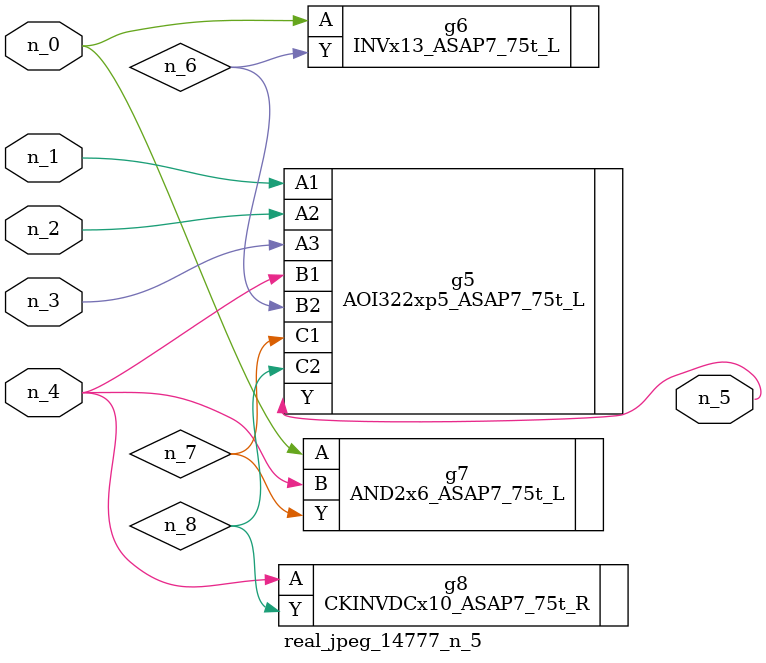
<source format=v>
module real_jpeg_14777_n_5 (n_4, n_0, n_1, n_2, n_3, n_5);

input n_4;
input n_0;
input n_1;
input n_2;
input n_3;

output n_5;

wire n_8;
wire n_6;
wire n_7;

INVx13_ASAP7_75t_L g6 ( 
.A(n_0),
.Y(n_6)
);

AND2x6_ASAP7_75t_L g7 ( 
.A(n_0),
.B(n_4),
.Y(n_7)
);

AOI322xp5_ASAP7_75t_L g5 ( 
.A1(n_1),
.A2(n_2),
.A3(n_3),
.B1(n_4),
.B2(n_6),
.C1(n_7),
.C2(n_8),
.Y(n_5)
);

CKINVDCx10_ASAP7_75t_R g8 ( 
.A(n_4),
.Y(n_8)
);


endmodule
</source>
